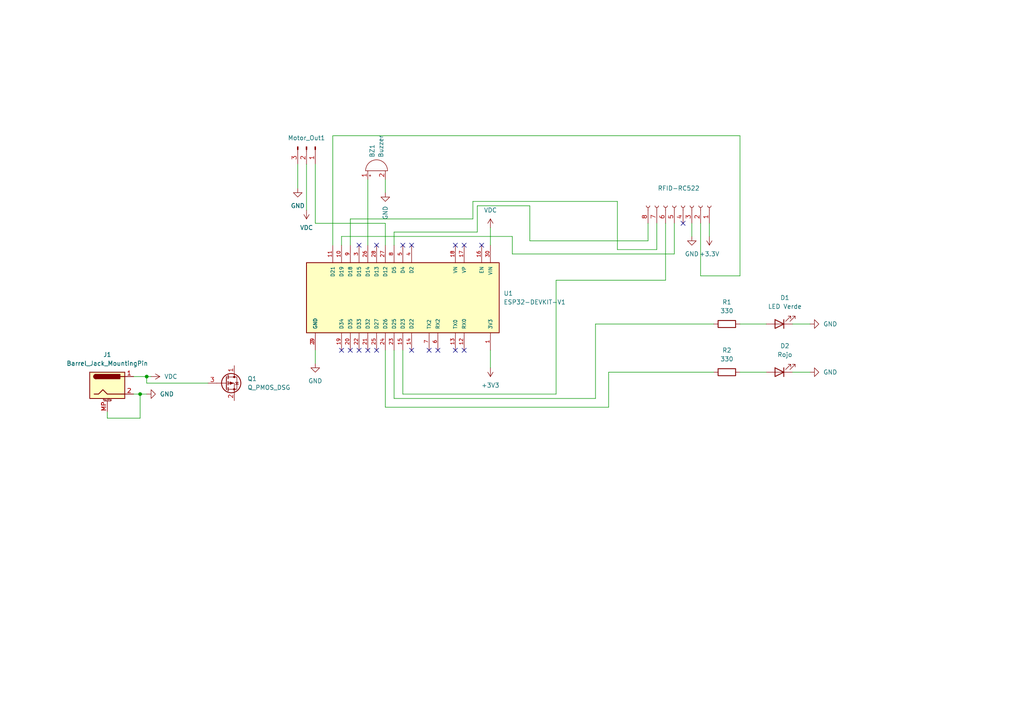
<source format=kicad_sch>
(kicad_sch (version 20230121) (generator eeschema)
  (paper "A4")
  (title_block (title "Apertura Automática de puertas") (company "Diego Zavaleta Cabrera"))
  (lib_symbols
    (symbol "Connector:Barrel_Jack_MountingPin" (pin_names hide)
      (property "Reference" "J" (at 0 5.334 0))
      (property "Value" "Barrel_Jack_MountingPin" (at 1.27 -6.35 0))
      (symbol "Barrel_Jack_MountingPin_0_1"
        (rectangle (start -5.08 3.81) (end 5.08 -3.81) (stroke (width 0.254)) (fill (type background)))
        (arc (start -3.302 3.175) (mid -3.9343 2.54) (end -3.302 1.905) (stroke (width 0.254)))
        (arc (start -3.302 3.175) (mid -3.9343 2.54) (end -3.302 1.905) (stroke (width 0.254)) (fill (type outline)))
        (polyline (pts (xy 5.08 2.54) (xy 3.81 2.54)) (stroke (width 0.254)))
        (polyline (pts (xy -3.81 -2.54) (xy -2.54 -2.54) (xy -1.27 -1.27) (xy 0 -2.54) (xy 2.54 -2.54) (xy 5.08 -2.54)) (stroke (width 0.254)))
        (rectangle (start 3.683 3.175) (end -3.302 1.905) (stroke (width 0.254)) (fill (type outline)))
      )
      (symbol "Barrel_Jack_MountingPin_1_1"
        (polyline (pts (xy -1.016 -4.572) (xy 1.016 -4.572)) (stroke (width 0.1524)))
        (text "Mounting" (at 0 -4.191 0) (effects (font (size 0.381 0.381))))
        (pin passive line (at 7.62 2.54 180) (length 2.54) (name "~") (number "1"))
        (pin passive line (at 7.62 -2.54 180) (length 2.54) (name "~") (number "2"))
        (pin passive line (at 0 -7.62 90) (length 3.048) (name "MountPin") (number "MP"))
      )
    )
    (symbol "Connector:Conn_01x03_Pin" (pin_names (offset 1.016) hide)
      (property "Reference" "J" (at 0 5.08 0))
      (property "Value" "Conn_01x03_Pin" (at 0 -5.08 0))
      (symbol "Conn_01x03_Pin_1_1"
        (polyline (pts (xy 1.27 -2.54) (xy 0.8636 -2.54)) (stroke (width 0.1524)))
        (polyline (pts (xy 1.27 0) (xy 0.8636 0)) (stroke (width 0.1524)))
        (polyline (pts (xy 1.27 2.54) (xy 0.8636 2.54)) (stroke (width 0.1524)))
        (rectangle (start 0.8636 -2.413) (end 0 -2.667) (stroke (width 0.1524)) (fill (type outline)))
        (rectangle (start 0.8636 0.127) (end 0 -0.127) (stroke (width 0.1524)) (fill (type outline)))
        (rectangle (start 0.8636 2.667) (end 0 2.413) (stroke (width 0.1524)) (fill (type outline)))
        (pin passive line (at 5.08 2.54 180) (length 3.81) (name "Pin_1") (number "1"))
        (pin passive line (at 5.08 0 180) (length 3.81) (name "Pin_2") (number "2"))
        (pin passive line (at 5.08 -2.54 180) (length 3.81) (name "Pin_3") (number "3"))
      )
    )
    (symbol "Connector:Conn_01x08_Socket" (pin_names (offset 1.016) hide)
      (property "Reference" "J" (at 0 10.16 0))
      (property "Value" "Conn_01x08_Socket" (at 0 -12.7 0))
      (symbol "Conn_01x08_Socket_1_1"
        (arc (start 0 -9.652) (mid -0.5058 -10.16) (end 0 -10.668) (stroke (width 0.1524)))
        (arc (start 0 -7.112) (mid -0.5058 -7.62) (end 0 -8.128) (stroke (width 0.1524)))
        (arc (start 0 -4.572) (mid -0.5058 -5.08) (end 0 -5.588) (stroke (width 0.1524)))
        (arc (start 0 -2.032) (mid -0.5058 -2.54) (end 0 -3.048) (stroke (width 0.1524)))
        (polyline (pts (xy -1.27 -10.16) (xy -0.508 -10.16)) (stroke (width 0.1524)))
        (polyline (pts (xy -1.27 -7.62) (xy -0.508 -7.62)) (stroke (width 0.1524)))
        (polyline (pts (xy -1.27 -5.08) (xy -0.508 -5.08)) (stroke (width 0.1524)))
        (polyline (pts (xy -1.27 -2.54) (xy -0.508 -2.54)) (stroke (width 0.1524)))
        (polyline (pts (xy -1.27 0) (xy -0.508 0)) (stroke (width 0.1524)))
        (polyline (pts (xy -1.27 2.54) (xy -0.508 2.54)) (stroke (width 0.1524)))
        (polyline (pts (xy -1.27 5.08) (xy -0.508 5.08)) (stroke (width 0.1524)))
        (polyline (pts (xy -1.27 7.62) (xy -0.508 7.62)) (stroke (width 0.1524)))
        (arc (start 0 0.508) (mid -0.5058 0) (end 0 -0.508) (stroke (width 0.1524)))
        (arc (start 0 3.048) (mid -0.5058 2.54) (end 0 2.032) (stroke (width 0.1524)))
        (arc (start 0 5.588) (mid -0.5058 5.08) (end 0 4.572) (stroke (width 0.1524)))
        (arc (start 0 8.128) (mid -0.5058 7.62) (end 0 7.112) (stroke (width 0.1524)))
        (pin passive line (at -5.08 7.62 0) (length 3.81) (name "Pin_1") (number "1"))
        (pin passive line (at -5.08 5.08 0) (length 3.81) (name "Pin_2") (number "2"))
        (pin passive line (at -5.08 2.54 0) (length 3.81) (name "Pin_3") (number "3"))
        (pin passive line (at -5.08 0 0) (length 3.81) (name "Pin_4") (number "4"))
        (pin passive line (at -5.08 -2.54 0) (length 3.81) (name "Pin_5") (number "5"))
        (pin passive line (at -5.08 -5.08 0) (length 3.81) (name "Pin_6") (number "6"))
        (pin passive line (at -5.08 -7.62 0) (length 3.81) (name "Pin_7") (number "7"))
        (pin passive line (at -5.08 -10.16 0) (length 3.81) (name "Pin_8") (number "8"))
      )
    )
    (symbol "Device:Buzzer" (pin_names (offset 0.0254) hide)
      (property "Reference" "BZ" (at 3.81 1.27 0))
      (property "Value" "Buzzer" (at 3.81 -1.27 0))
      (symbol "Buzzer_0_1"
        (arc (start 0 -3.175) (mid 3.1612 0) (end 0 3.175))
        (polyline (pts (xy -1.651 1.905) (xy -1.143 1.905)))
        (polyline (pts (xy -1.397 2.159) (xy -1.397 1.651)))
        (polyline (pts (xy 0 3.175) (xy 0 -3.175)))
      )
      (symbol "Buzzer_1_1"
        (pin passive line (at -2.54 2.54 0) (length 2.54) (name "-") (number "1"))
        (pin passive line (at -2.54 -2.54 0) (length 2.54) (name "+") (number "2"))
      )
    )
    (symbol "Device:LED" (pin_numbers hide) (pin_names (offset 1.016) hide)
      (property "Reference" "D" (at 0 2.54 0))
      (property "Value" "LED" (at 0 -2.54 0))
      (symbol "LED_0_1"
        (polyline (pts (xy -1.27 -1.27) (xy -1.27 1.27)) (stroke (width 0.254)))
        (polyline (pts (xy -1.27 0) (xy 1.27 0)))
        (polyline (pts (xy 1.27 -1.27) (xy 1.27 1.27) (xy -1.27 0) (xy 1.27 -1.27)) (stroke (width 0.254)))
        (polyline (pts (xy -3.048 -0.762) (xy -4.572 -2.286) (xy -3.81 -2.286) (xy -4.572 -2.286) (xy -4.572 -1.524)))
        (polyline (pts (xy -1.778 -0.762) (xy -3.302 -2.286) (xy -2.54 -2.286) (xy -3.302 -2.286) (xy -3.302 -1.524)))
      )
      (symbol "LED_1_1"
        (pin passive line (at -3.81 0 0) (length 2.54) (name "K") (number "1"))
        (pin passive line (at 3.81 0 180) (length 2.54) (name "A") (number "2"))
      )
    )
    (symbol "Device:Q_PMOS_DSG" (pin_names (offset 0) hide)
      (property "Reference" "Q" (at 5.08 1.27 0))
      (property "Value" "Q_PMOS_DSG" (at 5.08 -1.27 0))
      (symbol "Q_PMOS_DSG_0_1"
        (polyline (pts (xy 0.254 0) (xy -2.54 0)))
        (polyline (pts (xy 0.254 1.905) (xy 0.254 -1.905)) (stroke (width 0.254)))
        (polyline (pts (xy 0.762 -1.27) (xy 0.762 -2.286)) (stroke (width 0.254)))
        (polyline (pts (xy 0.762 0.508) (xy 0.762 -0.508)) (stroke (width 0.254)))
        (polyline (pts (xy 0.762 2.286) (xy 0.762 1.27)) (stroke (width 0.254)))
        (polyline (pts (xy 2.54 2.54) (xy 2.54 1.778)))
        (polyline (pts (xy 2.54 -2.54) (xy 2.54 0) (xy 0.762 0)))
        (polyline (pts (xy 0.762 1.778) (xy 3.302 1.778) (xy 3.302 -1.778) (xy 0.762 -1.778)))
        (polyline (pts (xy 2.286 0) (xy 1.27 0.381) (xy 1.27 -0.381) (xy 2.286 0)) (fill (type outline)))
        (polyline (pts (xy 2.794 -0.508) (xy 2.921 -0.381) (xy 3.683 -0.381) (xy 3.81 -0.254)))
        (polyline (pts (xy 3.302 -0.381) (xy 2.921 0.254) (xy 3.683 0.254) (xy 3.302 -0.381)))
        (circle (center 1.651 0) (radius 2.794) (stroke (width 0.254)))
        (circle (center 2.54 -1.778) (radius 0.254) (fill (type outline)))
        (circle (center 2.54 1.778) (radius 0.254) (fill (type outline)))
      )
      (symbol "Q_PMOS_DSG_1_1"
        (pin passive line (at 2.54 5.08 270) (length 2.54) (name "D") (number "1"))
        (pin passive line (at 2.54 -5.08 90) (length 2.54) (name "S") (number "2"))
        (pin input line (at -5.08 0 0) (length 2.54) (name "G") (number "3"))
      )
    )
    (symbol "Device:R" (pin_numbers hide) (pin_names (offset 0))
      (property "Reference" "R" (at 2.032 0 90))
      (property "Value" "R" (at 0 0 90))
      (symbol "R_0_1"
        (rectangle (start -1.016 -2.54) (end 1.016 2.54) (stroke (width 0.254)))
      )
      (symbol "R_1_1"
        (pin passive line (at 0 3.81 270) (length 1.27) (name "~") (number "1"))
        (pin passive line (at 0 -3.81 90) (length 1.27) (name "~") (number "2"))
      )
    )
    (symbol "ESP32-DEVKIT-V1:ESP32-DEVKIT-V1" (pin_names (offset 1.016))
      (property "Reference" "U" (at -10.16 30.48 0))
      (property "Value" "ESP32-DEVKIT-V1" (at -10.16 -30.48 0))
      (symbol "ESP32-DEVKIT-V1_0_0"
        (rectangle (start -10.16 -27.94) (end 10.16 27.94) (stroke (width 0.254)) (fill (type background)))
        (pin output line (at 15.24 25.4 180) (length 5.08) (name "3V3") (number "1"))
        (pin bidirectional line (at -15.24 -17.78 0) (length 5.08) (name "D19") (number "10"))
        (pin bidirectional line (at -15.24 -20.32 0) (length 5.08) (name "D21") (number "11"))
        (pin input line (at 15.24 17.78 180) (length 5.08) (name "RX0") (number "12"))
        (pin output line (at 15.24 15.24 180) (length 5.08) (name "TX0") (number "13"))
        (pin bidirectional line (at 15.24 2.54 180) (length 5.08) (name "D22") (number "14"))
        (pin bidirectional line (at 15.24 0 180) (length 5.08) (name "D23") (number "15"))
        (pin input line (at -15.24 22.86 0) (length 5.08) (name "EN") (number "16"))
        (pin bidirectional line (at -15.24 17.78 0) (length 5.08) (name "VP") (number "17"))
        (pin bidirectional line (at -15.24 15.24 0) (length 5.08) (name "VN") (number "18"))
        (pin bidirectional line (at 15.24 -17.78 180) (length 5.08) (name "D34") (number "19"))
        (pin power_in line (at 15.24 -25.4 180) (length 5.08) (name "GND") (number "2"))
        (pin bidirectional line (at 15.24 -15.24 180) (length 5.08) (name "D35") (number "20"))
        (pin bidirectional line (at 15.24 -10.16 180) (length 5.08) (name "D32") (number "21"))
        (pin bidirectional line (at 15.24 -12.7 180) (length 5.08) (name "D33") (number "22"))
        (pin bidirectional line (at 15.24 -2.54 180) (length 5.08) (name "D25") (number "23"))
        (pin bidirectional line (at 15.24 -5.08 180) (length 5.08) (name "D26") (number "24"))
        (pin bidirectional line (at 15.24 -7.62 180) (length 5.08) (name "D27") (number "25"))
        (pin bidirectional line (at -15.24 -10.16 0) (length 5.08) (name "D14") (number "26"))
        (pin bidirectional line (at -15.24 -5.08 0) (length 5.08) (name "D12") (number "27"))
        (pin bidirectional line (at -15.24 -7.62 0) (length 5.08) (name "D13") (number "28"))
        (pin power_in line (at 15.24 -25.4 180) (length 5.08) (name "GND") (number "29"))
        (pin bidirectional line (at -15.24 -12.7 0) (length 5.08) (name "D15") (number "3"))
        (pin input line (at -15.24 25.4 0) (length 5.08) (name "VIN") (number "30"))
        (pin bidirectional line (at -15.24 2.54 0) (length 5.08) (name "D2") (number "4"))
        (pin bidirectional line (at -15.24 0 0) (length 5.08) (name "D4") (number "5"))
        (pin input line (at 15.24 10.16 180) (length 5.08) (name "RX2") (number "6"))
        (pin output line (at 15.24 7.62 180) (length 5.08) (name "TX2") (number "7"))
        (pin bidirectional line (at -15.24 -2.54 0) (length 5.08) (name "D5") (number "8"))
        (pin bidirectional line (at -15.24 -15.24 0) (length 5.08) (name "D18") (number "9"))
      )
    )
    (symbol "power:+3.3V" (power) (pin_names (offset 0))
      (property "Value" "+3.3V" (at 0 3.556 0))
      (symbol "+3.3V_0_1"
        (polyline (pts (xy -0.762 1.27) (xy 0 2.54)))
        (polyline (pts (xy 0 0) (xy 0 2.54)))
        (polyline (pts (xy 0 2.54) (xy 0.762 1.27)))
      )
      (symbol "+3.3V_1_1"
        (pin power_in line (at 0 0 90) (length 0) hide (name "+3.3V") (number "1"))
      )
    )
    (symbol "power:+3V3" (power) (pin_names (offset 0))
      (property "Value" "+3V3" (at 0 3.556 0))
      (symbol "+3V3_0_1"
        (polyline (pts (xy -0.762 1.27) (xy 0 2.54)))
        (polyline (pts (xy 0 0) (xy 0 2.54)))
        (polyline (pts (xy 0 2.54) (xy 0.762 1.27)))
      )
      (symbol "+3V3_1_1"
        (pin power_in line (at 0 0 90) (length 0) hide (name "+3V3") (number "1"))
      )
    )
    (symbol "power:GND" (power) (pin_names (offset 0))
      (property "Value" "GND" (at 0 -3.81 0))
      (symbol "GND_0_1"
        (polyline (pts (xy 0 0) (xy 0 -1.27) (xy 1.27 -1.27) (xy 0 -2.54) (xy -1.27 -1.27) (xy 0 -1.27)))
      )
      (symbol "GND_1_1"
        (pin power_in line (at 0 0 270) (length 0) hide (name "GND") (number "1"))
      )
    )
    (symbol "power:VDC" (power) (pin_names (offset 0))
      (property "Value" "VDC" (at 0 6.35 0))
      (symbol "VDC_0_1"
        (polyline (pts (xy -0.762 1.27) (xy 0 2.54)))
        (polyline (pts (xy 0 0) (xy 0 2.54)))
        (polyline (pts (xy 0 2.54) (xy 0.762 1.27)))
      )
      (symbol "VDC_1_1"
        (pin power_in line (at 0 0 90) (length 0) hide (name "VDC") (number "1"))
      )
    )
  )
  (junction (at 42.545 109.22))
  (junction (at 40.64 114.3))
  (no_connect (at 109.22 101.6))
  (no_connect (at 127 101.6))
  (no_connect (at 99.06 101.6))
  (no_connect (at 116.84 71.12))
  (no_connect (at 106.68 101.6))
  (no_connect (at 198.12 64.77))
  (no_connect (at 132.08 101.6))
  (no_connect (at 134.62 101.6))
  (no_connect (at 104.14 101.6))
  (no_connect (at 139.7 71.12))
  (no_connect (at 119.38 101.6))
  (no_connect (at 119.38 71.12))
  (no_connect (at 134.62 71.12))
  (no_connect (at 104.14 71.12))
  (no_connect (at 132.08 71.12))
  (no_connect (at 124.46 101.6))
  (no_connect (at 101.6 101.6))
  (no_connect (at 109.22 71.12))
  (wire (pts (xy 190.5 72.39) (xy 190.5 64.77)))
  (wire (pts (xy 172.72 93.98) (xy 207.01 93.98)))
  (wire (pts (xy 193.04 64.77) (xy 193.04 81.28)))
  (wire (pts (xy 214.63 107.95) (xy 222.25 107.95)))
  (wire (pts (xy 111.76 101.6) (xy 111.76 118.11)))
  (wire (pts (xy 114.3 67.31) (xy 138.43 67.31)))
  (wire (pts (xy 214.63 93.98) (xy 222.25 93.98)))
  (wire (pts (xy 99.06 68.58) (xy 148.59 68.58)))
  (wire (pts (xy 111.76 64.77) (xy 111.76 71.12)))
  (wire (pts (xy 38.735 109.22) (xy 42.545 109.22)))
  (wire (pts (xy 31.115 121.285) (xy 31.115 119.38)))
  (wire (pts (xy 195.58 73.66) (xy 195.58 64.77)))
  (wire (pts (xy 137.16 58.42) (xy 179.07 58.42)))
  (wire (pts (xy 96.52 71.12) (xy 96.52 39.37)))
  (wire (pts (xy 91.44 101.6) (xy 91.44 105.41)))
  (wire (pts (xy 161.29 81.28) (xy 193.04 81.28)))
  (wire (pts (xy 40.64 114.3) (xy 40.64 121.285)))
  (wire (pts (xy 214.63 39.37) (xy 214.63 80.01)))
  (wire (pts (xy 200.66 64.77) (xy 200.66 68.58)))
  (wire (pts (xy 137.16 63.5) (xy 137.16 58.42)))
  (wire (pts (xy 172.72 115.57) (xy 172.72 93.98)))
  (wire (pts (xy 42.545 111.125) (xy 60.325 111.125)))
  (wire (pts (xy 187.96 69.85) (xy 187.96 64.77)))
  (wire (pts (xy 96.52 39.37) (xy 214.63 39.37)))
  (wire (pts (xy 40.64 114.3) (xy 42.545 114.3)))
  (wire (pts (xy 214.63 80.01) (xy 203.2 80.01)))
  (wire (pts (xy 205.74 64.77) (xy 205.74 68.58)))
  (wire (pts (xy 114.3 101.6) (xy 114.3 115.57)))
  (wire (pts (xy 179.07 72.39) (xy 190.5 72.39)))
  (wire (pts (xy 101.6 63.5) (xy 137.16 63.5)))
  (wire (pts (xy 111.76 118.11) (xy 176.53 118.11)))
  (wire (pts (xy 148.59 68.58) (xy 148.59 73.66)))
  (wire (pts (xy 38.735 114.3) (xy 40.64 114.3)))
  (wire (pts (xy 91.44 47.625) (xy 91.44 64.77)))
  (wire (pts (xy 42.545 109.22) (xy 42.545 111.125)))
  (wire (pts (xy 179.07 58.42) (xy 179.07 72.39)))
  (wire (pts (xy 111.76 55.88) (xy 111.76 52.07)))
  (wire (pts (xy 203.2 64.77) (xy 203.2 80.01)))
  (wire (pts (xy 114.3 115.57) (xy 172.72 115.57)))
  (wire (pts (xy 116.84 114.3) (xy 161.29 114.3)))
  (wire (pts (xy 99.06 71.12) (xy 99.06 68.58)))
  (wire (pts (xy 176.53 107.95) (xy 207.01 107.95)))
  (wire (pts (xy 42.545 109.22) (xy 43.815 109.22)))
  (wire (pts (xy 176.53 118.11) (xy 176.53 107.95)))
  (wire (pts (xy 86.36 47.625) (xy 86.36 54.61)))
  (wire (pts (xy 40.64 121.285) (xy 31.115 121.285)))
  (wire (pts (xy 116.84 101.6) (xy 116.84 114.3)))
  (wire (pts (xy 148.59 73.66) (xy 195.58 73.66)))
  (wire (pts (xy 229.87 93.98) (xy 234.95 93.98)))
  (wire (pts (xy 142.24 101.6) (xy 142.24 106.68)))
  (wire (pts (xy 91.44 64.77) (xy 111.76 64.77)))
  (wire (pts (xy 106.68 52.07) (xy 106.68 71.12)))
  (wire (pts (xy 153.67 69.85) (xy 187.96 69.85)))
  (wire (pts (xy 161.29 114.3) (xy 161.29 81.28)))
  (wire (pts (xy 153.67 59.69) (xy 153.67 69.85)))
  (wire (pts (xy 88.9 47.625) (xy 88.9 60.96)))
  (wire (pts (xy 229.87 107.95) (xy 234.95 107.95)))
  (wire (pts (xy 114.3 71.12) (xy 114.3 67.31)))
  (wire (pts (xy 101.6 71.12) (xy 101.6 63.5)))
  (wire (pts (xy 138.43 59.69) (xy 153.67 59.69)))
  (wire (pts (xy 142.24 66.04) (xy 142.24 71.12)))
  (wire (pts (xy 138.43 67.31) (xy 138.43 59.69)))
  (symbol (lib_id "Device:Q_PMOS_DSG") (at 65.405 111.125 0) (unit 1)
    (property "Reference" "Q1" (at 71.755 109.855 0) (effects (justify left)))
    (property "Value" "Q_PMOS_DSG" (at 71.755 112.395 0) (effects (justify left)))
  )
  (symbol (lib_id "power:GND") (at 91.44 105.41 0) (unit 1)
    (property "Reference" "#PWR05" (effects hide))
    (property "Value" "GND" (at 91.44 110.49 0))
  )
  (symbol (lib_id "Connector:Conn_01x08_Socket") (at 198.12 59.69 270) (mirror x) (unit 1)
    (property "Reference" "J5" (effects hide))
    (property "Value" "RFID-RC522" (at 196.85 54.61 90))
    (property "Footprint" "Connector_PinSocket_2.54mm:PinSocket_1x08_P2.54mm_Vertical" (effects hide))
  )
  (symbol (lib_id "Device:R") (at 210.82 107.95 270) (unit 1)
    (property "Reference" "R2" (at 210.82 101.6 90))
    (property "Value" "330" (at 210.82 104.14 90))
    (property "Footprint" "Resistor_THT:R_Axial_DIN0204_L3.6mm_D1.6mm_P7.62mm_Horizontal" (effects hide))
  )
  (symbol (lib_id "ESP32-DEVKIT-V1:ESP32-DEVKIT-V1") (at 116.84 86.36 270) (unit 1)
    (property "Reference" "U1" (at 146.05 85.09 90) (effects (justify left)))
    (property "Value" "ESP32-DEVKIT-V1" (at 146.05 87.63 90) (effects (justify left)))
    (property "Footprint" "ESP32-DEVKIT-V1:MODULE_ESP32_DEVKIT_V1" (effects hide))
    (property "MF" "Do it" (effects hide))
    (property "MAXIMUM_PACKAGE_HEIGHT" "6.8 mm" (effects hide))
    (property "Package" "None" (effects hide))
    (property "Price" "None" (effects hide))
    (property "Check_prices" "https://www.snapeda.com/parts/ESP32-DEVKIT-V1/Do+it/view-part/?ref=eda" (effects hide))
    (property "STANDARD" "Manufacturer Recommendations" (effects hide))
    (property "PARTREV" "N/A" (effects hide))
    (property "SnapEDA_Link" "https://www.snapeda.com/parts/ESP32-DEVKIT-V1/Do+it/view-part/?ref=snap" (effects hide))
    (property "MP" "ESP32-DEVKIT-V1" (effects hide))
    (property "Description" "\nDual core, Wi-Fi: 2.4 GHz up to 150 Mbits/s,BLE (Bluetooth Low Energy) and legacy Bluetooth, 32 bits, Up to 240 MHz\n" (effects hide))
    (property "Availability" "Not in stock" (effects hide))
    (property "MANUFACTURER" "DOIT" (effects hide))
  )
  (symbol (lib_id "power:GND") (at 234.95 107.95 90) (unit 1)
    (property "Reference" "#PWR012" (effects hide))
    (property "Value" "GND" (at 238.76 107.95 90) (effects (justify right)))
  )
  (symbol (lib_id "power:GND") (at 234.95 93.98 90) (unit 1)
    (property "Reference" "#PWR011" (effects hide))
    (property "Value" "GND" (at 238.76 93.98 90) (effects (justify right)))
  )
  (symbol (lib_id "power:GND") (at 200.66 68.58 0) (unit 1)
    (property "Reference" "#PWR09" (effects hide))
    (property "Value" "GND" (at 200.66 73.66 0))
  )
  (symbol (lib_id "power:VDC") (at 88.9 60.96 180) (unit 1)
    (property "Reference" "#PWR04" (effects hide))
    (property "Value" "VDC" (at 88.9 66.04 0))
  )
  (symbol (lib_id "Device:LED") (at 226.06 93.98 180) (unit 1)
    (property "Reference" "D1" (at 227.6475 86.36 0))
    (property "Value" "LED Verde" (at 227.6475 88.9 0))
    (property "Footprint" "LED_THT:LED_D3.0mm" (effects hide))
  )
  (symbol (lib_id "Device:Buzzer") (at 109.22 49.53 90) (unit 1)
    (property "Reference" "BZ1" (at 107.95 45.72 0) (effects (justify left)))
    (property "Value" "Buzzer" (at 110.49 45.72 0) (effects (justify left)))
    (property "Footprint" "Buzzer_Beeper:Buzzer_12x9.5RM7.6" (effects hide))
  )
  (symbol (lib_id "Connector:Barrel_Jack_MountingPin") (at 31.115 111.76 0) (unit 1)
    (property "Reference" "J1" (at 31.115 102.87 0))
    (property "Value" "Barrel_Jack_MountingPin" (at 31.115 105.41 0))
    (property "Footprint" "Connector_BarrelJack:BarrelJack_CUI_PJ-102AH_Horizontal" (effects hide))
  )
  (symbol (lib_id "power:GND") (at 42.545 114.3 90) (unit 1)
    (property "Reference" "#PWR01" (effects hide))
    (property "Value" "GND" (at 46.355 114.3 90) (effects (justify right)))
  )
  (symbol (lib_id "power:VDC") (at 43.815 109.22 270) (unit 1)
    (property "Reference" "#PWR02" (effects hide))
    (property "Value" "VDC" (at 47.625 109.22 90) (effects (justify left)))
  )
  (symbol (lib_id "power:+3.3V") (at 205.74 68.58 180) (unit 1)
    (property "Reference" "#PWR010" (effects hide))
    (property "Value" "+3.3V" (at 205.74 73.66 0))
  )
  (symbol (lib_id "Device:LED") (at 226.06 107.95 180) (unit 1)
    (property "Reference" "D2" (at 227.6475 100.33 0))
    (property "Value" "Rojo" (at 227.6475 102.87 0))
    (property "Footprint" "LED_THT:LED_D3.0mm" (effects hide))
  )
  (symbol (lib_id "power:GND") (at 111.76 55.88 0) (unit 1)
    (property "Reference" "#PWR08" (effects hide))
    (property "Value" "GND" (at 111.76 59.69 90) (effects (justify right)))
  )
  (symbol (lib_id "Connector:Conn_01x03_Pin") (at 88.9 42.545 270) (unit 1)
    (property "Reference" "Motor_Out1" (at 88.9 40.005 90))
    (property "Value" "Conn_01x03_Pin" (effects hide))
    (property "Footprint" "Connector_PinHeader_2.54mm:PinHeader_1x03_P2.54mm_Vertical" (effects hide))
  )
  (symbol (lib_id "power:GND") (at 86.36 54.61 0) (unit 1)
    (property "Reference" "#PWR03" (effects hide))
    (property "Value" "GND" (at 86.36 59.69 0))
  )
  (symbol (lib_id "power:VDC") (at 142.24 66.04 0) (unit 1)
    (property "Reference" "#PWR06" (effects hide))
    (property "Value" "VDC" (at 142.24 60.96 0))
  )
  (symbol (lib_id "power:+3V3") (at 142.24 106.68 180) (unit 1)
    (property "Reference" "#PWR07" (effects hide))
    (property "Value" "+3V3" (at 142.24 111.76 0))
  )
  (symbol (lib_id "Device:R") (at 210.82 93.98 270) (unit 1)
    (property "Reference" "R1" (at 210.82 87.63 90))
    (property "Value" "330" (at 210.82 90.17 90))
    (property "Footprint" "Resistor_THT:R_Axial_DIN0204_L3.6mm_D1.6mm_P7.62mm_Horizontal" (effects hide))
  )
)
</source>
